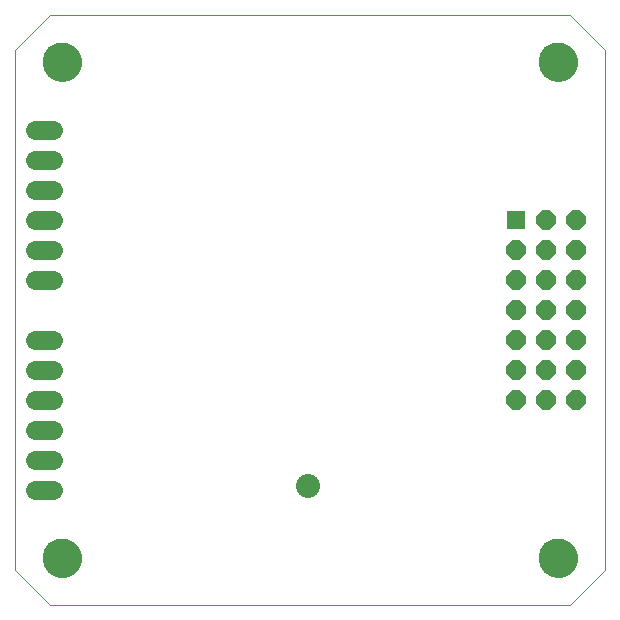
<source format=gbs>
G75*
%MOIN*%
%OFA0B0*%
%FSLAX25Y25*%
%IPPOS*%
%LPD*%
%AMOC8*
5,1,8,0,0,1.08239X$1,22.5*
%
%ADD10C,0.00000*%
%ADD11C,0.12998*%
%ADD12C,0.06400*%
%ADD13OC8,0.06400*%
%ADD14R,0.06400X0.06400*%
%ADD15C,0.08000*%
D10*
X0027811Y0021000D02*
X0016000Y0032811D01*
X0016000Y0206039D01*
X0027811Y0217850D01*
X0201039Y0217850D01*
X0212850Y0206039D01*
X0212850Y0032811D01*
X0201039Y0021000D01*
X0027811Y0021000D01*
X0025449Y0036748D02*
X0025451Y0036906D01*
X0025457Y0037064D01*
X0025467Y0037222D01*
X0025481Y0037380D01*
X0025499Y0037537D01*
X0025520Y0037694D01*
X0025546Y0037850D01*
X0025576Y0038006D01*
X0025609Y0038161D01*
X0025647Y0038314D01*
X0025688Y0038467D01*
X0025733Y0038619D01*
X0025782Y0038770D01*
X0025835Y0038919D01*
X0025891Y0039067D01*
X0025951Y0039213D01*
X0026015Y0039358D01*
X0026083Y0039501D01*
X0026154Y0039643D01*
X0026228Y0039783D01*
X0026306Y0039920D01*
X0026388Y0040056D01*
X0026472Y0040190D01*
X0026561Y0040321D01*
X0026652Y0040450D01*
X0026747Y0040577D01*
X0026844Y0040702D01*
X0026945Y0040824D01*
X0027049Y0040943D01*
X0027156Y0041060D01*
X0027266Y0041174D01*
X0027379Y0041285D01*
X0027494Y0041394D01*
X0027612Y0041499D01*
X0027733Y0041601D01*
X0027856Y0041701D01*
X0027982Y0041797D01*
X0028110Y0041890D01*
X0028240Y0041980D01*
X0028373Y0042066D01*
X0028508Y0042150D01*
X0028644Y0042229D01*
X0028783Y0042306D01*
X0028924Y0042378D01*
X0029066Y0042448D01*
X0029210Y0042513D01*
X0029356Y0042575D01*
X0029503Y0042633D01*
X0029652Y0042688D01*
X0029802Y0042739D01*
X0029953Y0042786D01*
X0030105Y0042829D01*
X0030258Y0042868D01*
X0030413Y0042904D01*
X0030568Y0042935D01*
X0030724Y0042963D01*
X0030880Y0042987D01*
X0031037Y0043007D01*
X0031195Y0043023D01*
X0031352Y0043035D01*
X0031511Y0043043D01*
X0031669Y0043047D01*
X0031827Y0043047D01*
X0031985Y0043043D01*
X0032144Y0043035D01*
X0032301Y0043023D01*
X0032459Y0043007D01*
X0032616Y0042987D01*
X0032772Y0042963D01*
X0032928Y0042935D01*
X0033083Y0042904D01*
X0033238Y0042868D01*
X0033391Y0042829D01*
X0033543Y0042786D01*
X0033694Y0042739D01*
X0033844Y0042688D01*
X0033993Y0042633D01*
X0034140Y0042575D01*
X0034286Y0042513D01*
X0034430Y0042448D01*
X0034572Y0042378D01*
X0034713Y0042306D01*
X0034852Y0042229D01*
X0034988Y0042150D01*
X0035123Y0042066D01*
X0035256Y0041980D01*
X0035386Y0041890D01*
X0035514Y0041797D01*
X0035640Y0041701D01*
X0035763Y0041601D01*
X0035884Y0041499D01*
X0036002Y0041394D01*
X0036117Y0041285D01*
X0036230Y0041174D01*
X0036340Y0041060D01*
X0036447Y0040943D01*
X0036551Y0040824D01*
X0036652Y0040702D01*
X0036749Y0040577D01*
X0036844Y0040450D01*
X0036935Y0040321D01*
X0037024Y0040190D01*
X0037108Y0040056D01*
X0037190Y0039920D01*
X0037268Y0039783D01*
X0037342Y0039643D01*
X0037413Y0039501D01*
X0037481Y0039358D01*
X0037545Y0039213D01*
X0037605Y0039067D01*
X0037661Y0038919D01*
X0037714Y0038770D01*
X0037763Y0038619D01*
X0037808Y0038467D01*
X0037849Y0038314D01*
X0037887Y0038161D01*
X0037920Y0038006D01*
X0037950Y0037850D01*
X0037976Y0037694D01*
X0037997Y0037537D01*
X0038015Y0037380D01*
X0038029Y0037222D01*
X0038039Y0037064D01*
X0038045Y0036906D01*
X0038047Y0036748D01*
X0038045Y0036590D01*
X0038039Y0036432D01*
X0038029Y0036274D01*
X0038015Y0036116D01*
X0037997Y0035959D01*
X0037976Y0035802D01*
X0037950Y0035646D01*
X0037920Y0035490D01*
X0037887Y0035335D01*
X0037849Y0035182D01*
X0037808Y0035029D01*
X0037763Y0034877D01*
X0037714Y0034726D01*
X0037661Y0034577D01*
X0037605Y0034429D01*
X0037545Y0034283D01*
X0037481Y0034138D01*
X0037413Y0033995D01*
X0037342Y0033853D01*
X0037268Y0033713D01*
X0037190Y0033576D01*
X0037108Y0033440D01*
X0037024Y0033306D01*
X0036935Y0033175D01*
X0036844Y0033046D01*
X0036749Y0032919D01*
X0036652Y0032794D01*
X0036551Y0032672D01*
X0036447Y0032553D01*
X0036340Y0032436D01*
X0036230Y0032322D01*
X0036117Y0032211D01*
X0036002Y0032102D01*
X0035884Y0031997D01*
X0035763Y0031895D01*
X0035640Y0031795D01*
X0035514Y0031699D01*
X0035386Y0031606D01*
X0035256Y0031516D01*
X0035123Y0031430D01*
X0034988Y0031346D01*
X0034852Y0031267D01*
X0034713Y0031190D01*
X0034572Y0031118D01*
X0034430Y0031048D01*
X0034286Y0030983D01*
X0034140Y0030921D01*
X0033993Y0030863D01*
X0033844Y0030808D01*
X0033694Y0030757D01*
X0033543Y0030710D01*
X0033391Y0030667D01*
X0033238Y0030628D01*
X0033083Y0030592D01*
X0032928Y0030561D01*
X0032772Y0030533D01*
X0032616Y0030509D01*
X0032459Y0030489D01*
X0032301Y0030473D01*
X0032144Y0030461D01*
X0031985Y0030453D01*
X0031827Y0030449D01*
X0031669Y0030449D01*
X0031511Y0030453D01*
X0031352Y0030461D01*
X0031195Y0030473D01*
X0031037Y0030489D01*
X0030880Y0030509D01*
X0030724Y0030533D01*
X0030568Y0030561D01*
X0030413Y0030592D01*
X0030258Y0030628D01*
X0030105Y0030667D01*
X0029953Y0030710D01*
X0029802Y0030757D01*
X0029652Y0030808D01*
X0029503Y0030863D01*
X0029356Y0030921D01*
X0029210Y0030983D01*
X0029066Y0031048D01*
X0028924Y0031118D01*
X0028783Y0031190D01*
X0028644Y0031267D01*
X0028508Y0031346D01*
X0028373Y0031430D01*
X0028240Y0031516D01*
X0028110Y0031606D01*
X0027982Y0031699D01*
X0027856Y0031795D01*
X0027733Y0031895D01*
X0027612Y0031997D01*
X0027494Y0032102D01*
X0027379Y0032211D01*
X0027266Y0032322D01*
X0027156Y0032436D01*
X0027049Y0032553D01*
X0026945Y0032672D01*
X0026844Y0032794D01*
X0026747Y0032919D01*
X0026652Y0033046D01*
X0026561Y0033175D01*
X0026472Y0033306D01*
X0026388Y0033440D01*
X0026306Y0033576D01*
X0026228Y0033713D01*
X0026154Y0033853D01*
X0026083Y0033995D01*
X0026015Y0034138D01*
X0025951Y0034283D01*
X0025891Y0034429D01*
X0025835Y0034577D01*
X0025782Y0034726D01*
X0025733Y0034877D01*
X0025688Y0035029D01*
X0025647Y0035182D01*
X0025609Y0035335D01*
X0025576Y0035490D01*
X0025546Y0035646D01*
X0025520Y0035802D01*
X0025499Y0035959D01*
X0025481Y0036116D01*
X0025467Y0036274D01*
X0025457Y0036432D01*
X0025451Y0036590D01*
X0025449Y0036748D01*
X0190803Y0036748D02*
X0190805Y0036906D01*
X0190811Y0037064D01*
X0190821Y0037222D01*
X0190835Y0037380D01*
X0190853Y0037537D01*
X0190874Y0037694D01*
X0190900Y0037850D01*
X0190930Y0038006D01*
X0190963Y0038161D01*
X0191001Y0038314D01*
X0191042Y0038467D01*
X0191087Y0038619D01*
X0191136Y0038770D01*
X0191189Y0038919D01*
X0191245Y0039067D01*
X0191305Y0039213D01*
X0191369Y0039358D01*
X0191437Y0039501D01*
X0191508Y0039643D01*
X0191582Y0039783D01*
X0191660Y0039920D01*
X0191742Y0040056D01*
X0191826Y0040190D01*
X0191915Y0040321D01*
X0192006Y0040450D01*
X0192101Y0040577D01*
X0192198Y0040702D01*
X0192299Y0040824D01*
X0192403Y0040943D01*
X0192510Y0041060D01*
X0192620Y0041174D01*
X0192733Y0041285D01*
X0192848Y0041394D01*
X0192966Y0041499D01*
X0193087Y0041601D01*
X0193210Y0041701D01*
X0193336Y0041797D01*
X0193464Y0041890D01*
X0193594Y0041980D01*
X0193727Y0042066D01*
X0193862Y0042150D01*
X0193998Y0042229D01*
X0194137Y0042306D01*
X0194278Y0042378D01*
X0194420Y0042448D01*
X0194564Y0042513D01*
X0194710Y0042575D01*
X0194857Y0042633D01*
X0195006Y0042688D01*
X0195156Y0042739D01*
X0195307Y0042786D01*
X0195459Y0042829D01*
X0195612Y0042868D01*
X0195767Y0042904D01*
X0195922Y0042935D01*
X0196078Y0042963D01*
X0196234Y0042987D01*
X0196391Y0043007D01*
X0196549Y0043023D01*
X0196706Y0043035D01*
X0196865Y0043043D01*
X0197023Y0043047D01*
X0197181Y0043047D01*
X0197339Y0043043D01*
X0197498Y0043035D01*
X0197655Y0043023D01*
X0197813Y0043007D01*
X0197970Y0042987D01*
X0198126Y0042963D01*
X0198282Y0042935D01*
X0198437Y0042904D01*
X0198592Y0042868D01*
X0198745Y0042829D01*
X0198897Y0042786D01*
X0199048Y0042739D01*
X0199198Y0042688D01*
X0199347Y0042633D01*
X0199494Y0042575D01*
X0199640Y0042513D01*
X0199784Y0042448D01*
X0199926Y0042378D01*
X0200067Y0042306D01*
X0200206Y0042229D01*
X0200342Y0042150D01*
X0200477Y0042066D01*
X0200610Y0041980D01*
X0200740Y0041890D01*
X0200868Y0041797D01*
X0200994Y0041701D01*
X0201117Y0041601D01*
X0201238Y0041499D01*
X0201356Y0041394D01*
X0201471Y0041285D01*
X0201584Y0041174D01*
X0201694Y0041060D01*
X0201801Y0040943D01*
X0201905Y0040824D01*
X0202006Y0040702D01*
X0202103Y0040577D01*
X0202198Y0040450D01*
X0202289Y0040321D01*
X0202378Y0040190D01*
X0202462Y0040056D01*
X0202544Y0039920D01*
X0202622Y0039783D01*
X0202696Y0039643D01*
X0202767Y0039501D01*
X0202835Y0039358D01*
X0202899Y0039213D01*
X0202959Y0039067D01*
X0203015Y0038919D01*
X0203068Y0038770D01*
X0203117Y0038619D01*
X0203162Y0038467D01*
X0203203Y0038314D01*
X0203241Y0038161D01*
X0203274Y0038006D01*
X0203304Y0037850D01*
X0203330Y0037694D01*
X0203351Y0037537D01*
X0203369Y0037380D01*
X0203383Y0037222D01*
X0203393Y0037064D01*
X0203399Y0036906D01*
X0203401Y0036748D01*
X0203399Y0036590D01*
X0203393Y0036432D01*
X0203383Y0036274D01*
X0203369Y0036116D01*
X0203351Y0035959D01*
X0203330Y0035802D01*
X0203304Y0035646D01*
X0203274Y0035490D01*
X0203241Y0035335D01*
X0203203Y0035182D01*
X0203162Y0035029D01*
X0203117Y0034877D01*
X0203068Y0034726D01*
X0203015Y0034577D01*
X0202959Y0034429D01*
X0202899Y0034283D01*
X0202835Y0034138D01*
X0202767Y0033995D01*
X0202696Y0033853D01*
X0202622Y0033713D01*
X0202544Y0033576D01*
X0202462Y0033440D01*
X0202378Y0033306D01*
X0202289Y0033175D01*
X0202198Y0033046D01*
X0202103Y0032919D01*
X0202006Y0032794D01*
X0201905Y0032672D01*
X0201801Y0032553D01*
X0201694Y0032436D01*
X0201584Y0032322D01*
X0201471Y0032211D01*
X0201356Y0032102D01*
X0201238Y0031997D01*
X0201117Y0031895D01*
X0200994Y0031795D01*
X0200868Y0031699D01*
X0200740Y0031606D01*
X0200610Y0031516D01*
X0200477Y0031430D01*
X0200342Y0031346D01*
X0200206Y0031267D01*
X0200067Y0031190D01*
X0199926Y0031118D01*
X0199784Y0031048D01*
X0199640Y0030983D01*
X0199494Y0030921D01*
X0199347Y0030863D01*
X0199198Y0030808D01*
X0199048Y0030757D01*
X0198897Y0030710D01*
X0198745Y0030667D01*
X0198592Y0030628D01*
X0198437Y0030592D01*
X0198282Y0030561D01*
X0198126Y0030533D01*
X0197970Y0030509D01*
X0197813Y0030489D01*
X0197655Y0030473D01*
X0197498Y0030461D01*
X0197339Y0030453D01*
X0197181Y0030449D01*
X0197023Y0030449D01*
X0196865Y0030453D01*
X0196706Y0030461D01*
X0196549Y0030473D01*
X0196391Y0030489D01*
X0196234Y0030509D01*
X0196078Y0030533D01*
X0195922Y0030561D01*
X0195767Y0030592D01*
X0195612Y0030628D01*
X0195459Y0030667D01*
X0195307Y0030710D01*
X0195156Y0030757D01*
X0195006Y0030808D01*
X0194857Y0030863D01*
X0194710Y0030921D01*
X0194564Y0030983D01*
X0194420Y0031048D01*
X0194278Y0031118D01*
X0194137Y0031190D01*
X0193998Y0031267D01*
X0193862Y0031346D01*
X0193727Y0031430D01*
X0193594Y0031516D01*
X0193464Y0031606D01*
X0193336Y0031699D01*
X0193210Y0031795D01*
X0193087Y0031895D01*
X0192966Y0031997D01*
X0192848Y0032102D01*
X0192733Y0032211D01*
X0192620Y0032322D01*
X0192510Y0032436D01*
X0192403Y0032553D01*
X0192299Y0032672D01*
X0192198Y0032794D01*
X0192101Y0032919D01*
X0192006Y0033046D01*
X0191915Y0033175D01*
X0191826Y0033306D01*
X0191742Y0033440D01*
X0191660Y0033576D01*
X0191582Y0033713D01*
X0191508Y0033853D01*
X0191437Y0033995D01*
X0191369Y0034138D01*
X0191305Y0034283D01*
X0191245Y0034429D01*
X0191189Y0034577D01*
X0191136Y0034726D01*
X0191087Y0034877D01*
X0191042Y0035029D01*
X0191001Y0035182D01*
X0190963Y0035335D01*
X0190930Y0035490D01*
X0190900Y0035646D01*
X0190874Y0035802D01*
X0190853Y0035959D01*
X0190835Y0036116D01*
X0190821Y0036274D01*
X0190811Y0036432D01*
X0190805Y0036590D01*
X0190803Y0036748D01*
X0190803Y0202102D02*
X0190805Y0202260D01*
X0190811Y0202418D01*
X0190821Y0202576D01*
X0190835Y0202734D01*
X0190853Y0202891D01*
X0190874Y0203048D01*
X0190900Y0203204D01*
X0190930Y0203360D01*
X0190963Y0203515D01*
X0191001Y0203668D01*
X0191042Y0203821D01*
X0191087Y0203973D01*
X0191136Y0204124D01*
X0191189Y0204273D01*
X0191245Y0204421D01*
X0191305Y0204567D01*
X0191369Y0204712D01*
X0191437Y0204855D01*
X0191508Y0204997D01*
X0191582Y0205137D01*
X0191660Y0205274D01*
X0191742Y0205410D01*
X0191826Y0205544D01*
X0191915Y0205675D01*
X0192006Y0205804D01*
X0192101Y0205931D01*
X0192198Y0206056D01*
X0192299Y0206178D01*
X0192403Y0206297D01*
X0192510Y0206414D01*
X0192620Y0206528D01*
X0192733Y0206639D01*
X0192848Y0206748D01*
X0192966Y0206853D01*
X0193087Y0206955D01*
X0193210Y0207055D01*
X0193336Y0207151D01*
X0193464Y0207244D01*
X0193594Y0207334D01*
X0193727Y0207420D01*
X0193862Y0207504D01*
X0193998Y0207583D01*
X0194137Y0207660D01*
X0194278Y0207732D01*
X0194420Y0207802D01*
X0194564Y0207867D01*
X0194710Y0207929D01*
X0194857Y0207987D01*
X0195006Y0208042D01*
X0195156Y0208093D01*
X0195307Y0208140D01*
X0195459Y0208183D01*
X0195612Y0208222D01*
X0195767Y0208258D01*
X0195922Y0208289D01*
X0196078Y0208317D01*
X0196234Y0208341D01*
X0196391Y0208361D01*
X0196549Y0208377D01*
X0196706Y0208389D01*
X0196865Y0208397D01*
X0197023Y0208401D01*
X0197181Y0208401D01*
X0197339Y0208397D01*
X0197498Y0208389D01*
X0197655Y0208377D01*
X0197813Y0208361D01*
X0197970Y0208341D01*
X0198126Y0208317D01*
X0198282Y0208289D01*
X0198437Y0208258D01*
X0198592Y0208222D01*
X0198745Y0208183D01*
X0198897Y0208140D01*
X0199048Y0208093D01*
X0199198Y0208042D01*
X0199347Y0207987D01*
X0199494Y0207929D01*
X0199640Y0207867D01*
X0199784Y0207802D01*
X0199926Y0207732D01*
X0200067Y0207660D01*
X0200206Y0207583D01*
X0200342Y0207504D01*
X0200477Y0207420D01*
X0200610Y0207334D01*
X0200740Y0207244D01*
X0200868Y0207151D01*
X0200994Y0207055D01*
X0201117Y0206955D01*
X0201238Y0206853D01*
X0201356Y0206748D01*
X0201471Y0206639D01*
X0201584Y0206528D01*
X0201694Y0206414D01*
X0201801Y0206297D01*
X0201905Y0206178D01*
X0202006Y0206056D01*
X0202103Y0205931D01*
X0202198Y0205804D01*
X0202289Y0205675D01*
X0202378Y0205544D01*
X0202462Y0205410D01*
X0202544Y0205274D01*
X0202622Y0205137D01*
X0202696Y0204997D01*
X0202767Y0204855D01*
X0202835Y0204712D01*
X0202899Y0204567D01*
X0202959Y0204421D01*
X0203015Y0204273D01*
X0203068Y0204124D01*
X0203117Y0203973D01*
X0203162Y0203821D01*
X0203203Y0203668D01*
X0203241Y0203515D01*
X0203274Y0203360D01*
X0203304Y0203204D01*
X0203330Y0203048D01*
X0203351Y0202891D01*
X0203369Y0202734D01*
X0203383Y0202576D01*
X0203393Y0202418D01*
X0203399Y0202260D01*
X0203401Y0202102D01*
X0203399Y0201944D01*
X0203393Y0201786D01*
X0203383Y0201628D01*
X0203369Y0201470D01*
X0203351Y0201313D01*
X0203330Y0201156D01*
X0203304Y0201000D01*
X0203274Y0200844D01*
X0203241Y0200689D01*
X0203203Y0200536D01*
X0203162Y0200383D01*
X0203117Y0200231D01*
X0203068Y0200080D01*
X0203015Y0199931D01*
X0202959Y0199783D01*
X0202899Y0199637D01*
X0202835Y0199492D01*
X0202767Y0199349D01*
X0202696Y0199207D01*
X0202622Y0199067D01*
X0202544Y0198930D01*
X0202462Y0198794D01*
X0202378Y0198660D01*
X0202289Y0198529D01*
X0202198Y0198400D01*
X0202103Y0198273D01*
X0202006Y0198148D01*
X0201905Y0198026D01*
X0201801Y0197907D01*
X0201694Y0197790D01*
X0201584Y0197676D01*
X0201471Y0197565D01*
X0201356Y0197456D01*
X0201238Y0197351D01*
X0201117Y0197249D01*
X0200994Y0197149D01*
X0200868Y0197053D01*
X0200740Y0196960D01*
X0200610Y0196870D01*
X0200477Y0196784D01*
X0200342Y0196700D01*
X0200206Y0196621D01*
X0200067Y0196544D01*
X0199926Y0196472D01*
X0199784Y0196402D01*
X0199640Y0196337D01*
X0199494Y0196275D01*
X0199347Y0196217D01*
X0199198Y0196162D01*
X0199048Y0196111D01*
X0198897Y0196064D01*
X0198745Y0196021D01*
X0198592Y0195982D01*
X0198437Y0195946D01*
X0198282Y0195915D01*
X0198126Y0195887D01*
X0197970Y0195863D01*
X0197813Y0195843D01*
X0197655Y0195827D01*
X0197498Y0195815D01*
X0197339Y0195807D01*
X0197181Y0195803D01*
X0197023Y0195803D01*
X0196865Y0195807D01*
X0196706Y0195815D01*
X0196549Y0195827D01*
X0196391Y0195843D01*
X0196234Y0195863D01*
X0196078Y0195887D01*
X0195922Y0195915D01*
X0195767Y0195946D01*
X0195612Y0195982D01*
X0195459Y0196021D01*
X0195307Y0196064D01*
X0195156Y0196111D01*
X0195006Y0196162D01*
X0194857Y0196217D01*
X0194710Y0196275D01*
X0194564Y0196337D01*
X0194420Y0196402D01*
X0194278Y0196472D01*
X0194137Y0196544D01*
X0193998Y0196621D01*
X0193862Y0196700D01*
X0193727Y0196784D01*
X0193594Y0196870D01*
X0193464Y0196960D01*
X0193336Y0197053D01*
X0193210Y0197149D01*
X0193087Y0197249D01*
X0192966Y0197351D01*
X0192848Y0197456D01*
X0192733Y0197565D01*
X0192620Y0197676D01*
X0192510Y0197790D01*
X0192403Y0197907D01*
X0192299Y0198026D01*
X0192198Y0198148D01*
X0192101Y0198273D01*
X0192006Y0198400D01*
X0191915Y0198529D01*
X0191826Y0198660D01*
X0191742Y0198794D01*
X0191660Y0198930D01*
X0191582Y0199067D01*
X0191508Y0199207D01*
X0191437Y0199349D01*
X0191369Y0199492D01*
X0191305Y0199637D01*
X0191245Y0199783D01*
X0191189Y0199931D01*
X0191136Y0200080D01*
X0191087Y0200231D01*
X0191042Y0200383D01*
X0191001Y0200536D01*
X0190963Y0200689D01*
X0190930Y0200844D01*
X0190900Y0201000D01*
X0190874Y0201156D01*
X0190853Y0201313D01*
X0190835Y0201470D01*
X0190821Y0201628D01*
X0190811Y0201786D01*
X0190805Y0201944D01*
X0190803Y0202102D01*
X0025449Y0202102D02*
X0025451Y0202260D01*
X0025457Y0202418D01*
X0025467Y0202576D01*
X0025481Y0202734D01*
X0025499Y0202891D01*
X0025520Y0203048D01*
X0025546Y0203204D01*
X0025576Y0203360D01*
X0025609Y0203515D01*
X0025647Y0203668D01*
X0025688Y0203821D01*
X0025733Y0203973D01*
X0025782Y0204124D01*
X0025835Y0204273D01*
X0025891Y0204421D01*
X0025951Y0204567D01*
X0026015Y0204712D01*
X0026083Y0204855D01*
X0026154Y0204997D01*
X0026228Y0205137D01*
X0026306Y0205274D01*
X0026388Y0205410D01*
X0026472Y0205544D01*
X0026561Y0205675D01*
X0026652Y0205804D01*
X0026747Y0205931D01*
X0026844Y0206056D01*
X0026945Y0206178D01*
X0027049Y0206297D01*
X0027156Y0206414D01*
X0027266Y0206528D01*
X0027379Y0206639D01*
X0027494Y0206748D01*
X0027612Y0206853D01*
X0027733Y0206955D01*
X0027856Y0207055D01*
X0027982Y0207151D01*
X0028110Y0207244D01*
X0028240Y0207334D01*
X0028373Y0207420D01*
X0028508Y0207504D01*
X0028644Y0207583D01*
X0028783Y0207660D01*
X0028924Y0207732D01*
X0029066Y0207802D01*
X0029210Y0207867D01*
X0029356Y0207929D01*
X0029503Y0207987D01*
X0029652Y0208042D01*
X0029802Y0208093D01*
X0029953Y0208140D01*
X0030105Y0208183D01*
X0030258Y0208222D01*
X0030413Y0208258D01*
X0030568Y0208289D01*
X0030724Y0208317D01*
X0030880Y0208341D01*
X0031037Y0208361D01*
X0031195Y0208377D01*
X0031352Y0208389D01*
X0031511Y0208397D01*
X0031669Y0208401D01*
X0031827Y0208401D01*
X0031985Y0208397D01*
X0032144Y0208389D01*
X0032301Y0208377D01*
X0032459Y0208361D01*
X0032616Y0208341D01*
X0032772Y0208317D01*
X0032928Y0208289D01*
X0033083Y0208258D01*
X0033238Y0208222D01*
X0033391Y0208183D01*
X0033543Y0208140D01*
X0033694Y0208093D01*
X0033844Y0208042D01*
X0033993Y0207987D01*
X0034140Y0207929D01*
X0034286Y0207867D01*
X0034430Y0207802D01*
X0034572Y0207732D01*
X0034713Y0207660D01*
X0034852Y0207583D01*
X0034988Y0207504D01*
X0035123Y0207420D01*
X0035256Y0207334D01*
X0035386Y0207244D01*
X0035514Y0207151D01*
X0035640Y0207055D01*
X0035763Y0206955D01*
X0035884Y0206853D01*
X0036002Y0206748D01*
X0036117Y0206639D01*
X0036230Y0206528D01*
X0036340Y0206414D01*
X0036447Y0206297D01*
X0036551Y0206178D01*
X0036652Y0206056D01*
X0036749Y0205931D01*
X0036844Y0205804D01*
X0036935Y0205675D01*
X0037024Y0205544D01*
X0037108Y0205410D01*
X0037190Y0205274D01*
X0037268Y0205137D01*
X0037342Y0204997D01*
X0037413Y0204855D01*
X0037481Y0204712D01*
X0037545Y0204567D01*
X0037605Y0204421D01*
X0037661Y0204273D01*
X0037714Y0204124D01*
X0037763Y0203973D01*
X0037808Y0203821D01*
X0037849Y0203668D01*
X0037887Y0203515D01*
X0037920Y0203360D01*
X0037950Y0203204D01*
X0037976Y0203048D01*
X0037997Y0202891D01*
X0038015Y0202734D01*
X0038029Y0202576D01*
X0038039Y0202418D01*
X0038045Y0202260D01*
X0038047Y0202102D01*
X0038045Y0201944D01*
X0038039Y0201786D01*
X0038029Y0201628D01*
X0038015Y0201470D01*
X0037997Y0201313D01*
X0037976Y0201156D01*
X0037950Y0201000D01*
X0037920Y0200844D01*
X0037887Y0200689D01*
X0037849Y0200536D01*
X0037808Y0200383D01*
X0037763Y0200231D01*
X0037714Y0200080D01*
X0037661Y0199931D01*
X0037605Y0199783D01*
X0037545Y0199637D01*
X0037481Y0199492D01*
X0037413Y0199349D01*
X0037342Y0199207D01*
X0037268Y0199067D01*
X0037190Y0198930D01*
X0037108Y0198794D01*
X0037024Y0198660D01*
X0036935Y0198529D01*
X0036844Y0198400D01*
X0036749Y0198273D01*
X0036652Y0198148D01*
X0036551Y0198026D01*
X0036447Y0197907D01*
X0036340Y0197790D01*
X0036230Y0197676D01*
X0036117Y0197565D01*
X0036002Y0197456D01*
X0035884Y0197351D01*
X0035763Y0197249D01*
X0035640Y0197149D01*
X0035514Y0197053D01*
X0035386Y0196960D01*
X0035256Y0196870D01*
X0035123Y0196784D01*
X0034988Y0196700D01*
X0034852Y0196621D01*
X0034713Y0196544D01*
X0034572Y0196472D01*
X0034430Y0196402D01*
X0034286Y0196337D01*
X0034140Y0196275D01*
X0033993Y0196217D01*
X0033844Y0196162D01*
X0033694Y0196111D01*
X0033543Y0196064D01*
X0033391Y0196021D01*
X0033238Y0195982D01*
X0033083Y0195946D01*
X0032928Y0195915D01*
X0032772Y0195887D01*
X0032616Y0195863D01*
X0032459Y0195843D01*
X0032301Y0195827D01*
X0032144Y0195815D01*
X0031985Y0195807D01*
X0031827Y0195803D01*
X0031669Y0195803D01*
X0031511Y0195807D01*
X0031352Y0195815D01*
X0031195Y0195827D01*
X0031037Y0195843D01*
X0030880Y0195863D01*
X0030724Y0195887D01*
X0030568Y0195915D01*
X0030413Y0195946D01*
X0030258Y0195982D01*
X0030105Y0196021D01*
X0029953Y0196064D01*
X0029802Y0196111D01*
X0029652Y0196162D01*
X0029503Y0196217D01*
X0029356Y0196275D01*
X0029210Y0196337D01*
X0029066Y0196402D01*
X0028924Y0196472D01*
X0028783Y0196544D01*
X0028644Y0196621D01*
X0028508Y0196700D01*
X0028373Y0196784D01*
X0028240Y0196870D01*
X0028110Y0196960D01*
X0027982Y0197053D01*
X0027856Y0197149D01*
X0027733Y0197249D01*
X0027612Y0197351D01*
X0027494Y0197456D01*
X0027379Y0197565D01*
X0027266Y0197676D01*
X0027156Y0197790D01*
X0027049Y0197907D01*
X0026945Y0198026D01*
X0026844Y0198148D01*
X0026747Y0198273D01*
X0026652Y0198400D01*
X0026561Y0198529D01*
X0026472Y0198660D01*
X0026388Y0198794D01*
X0026306Y0198930D01*
X0026228Y0199067D01*
X0026154Y0199207D01*
X0026083Y0199349D01*
X0026015Y0199492D01*
X0025951Y0199637D01*
X0025891Y0199783D01*
X0025835Y0199931D01*
X0025782Y0200080D01*
X0025733Y0200231D01*
X0025688Y0200383D01*
X0025647Y0200536D01*
X0025609Y0200689D01*
X0025576Y0200844D01*
X0025546Y0201000D01*
X0025520Y0201156D01*
X0025499Y0201313D01*
X0025481Y0201470D01*
X0025467Y0201628D01*
X0025457Y0201786D01*
X0025451Y0201944D01*
X0025449Y0202102D01*
D11*
X0031748Y0202102D03*
X0197102Y0202102D03*
X0197102Y0036748D03*
X0031748Y0036748D03*
D12*
X0028843Y0059425D02*
X0022843Y0059425D01*
X0022843Y0069425D02*
X0028843Y0069425D01*
X0028843Y0079425D02*
X0022843Y0079425D01*
X0022843Y0089425D02*
X0028843Y0089425D01*
X0028843Y0099425D02*
X0022843Y0099425D01*
X0022843Y0109425D02*
X0028843Y0109425D01*
X0028843Y0129425D02*
X0022843Y0129425D01*
X0022843Y0139425D02*
X0028843Y0139425D01*
X0028843Y0149425D02*
X0022843Y0149425D01*
X0022843Y0159425D02*
X0028843Y0159425D01*
X0028843Y0169425D02*
X0022843Y0169425D01*
X0022843Y0179425D02*
X0028843Y0179425D01*
D13*
X0182969Y0139425D03*
X0192969Y0139425D03*
X0202969Y0139425D03*
X0202969Y0149425D03*
X0192969Y0149425D03*
X0192969Y0129425D03*
X0202969Y0129425D03*
X0202969Y0119425D03*
X0202969Y0109425D03*
X0202969Y0099425D03*
X0192969Y0099425D03*
X0192969Y0109425D03*
X0192969Y0119425D03*
X0182969Y0119425D03*
X0182969Y0109425D03*
X0182969Y0099425D03*
X0182969Y0089425D03*
X0192969Y0089425D03*
X0202969Y0089425D03*
X0182969Y0129425D03*
D14*
X0182969Y0149425D03*
D15*
X0113800Y0060900D03*
M02*

</source>
